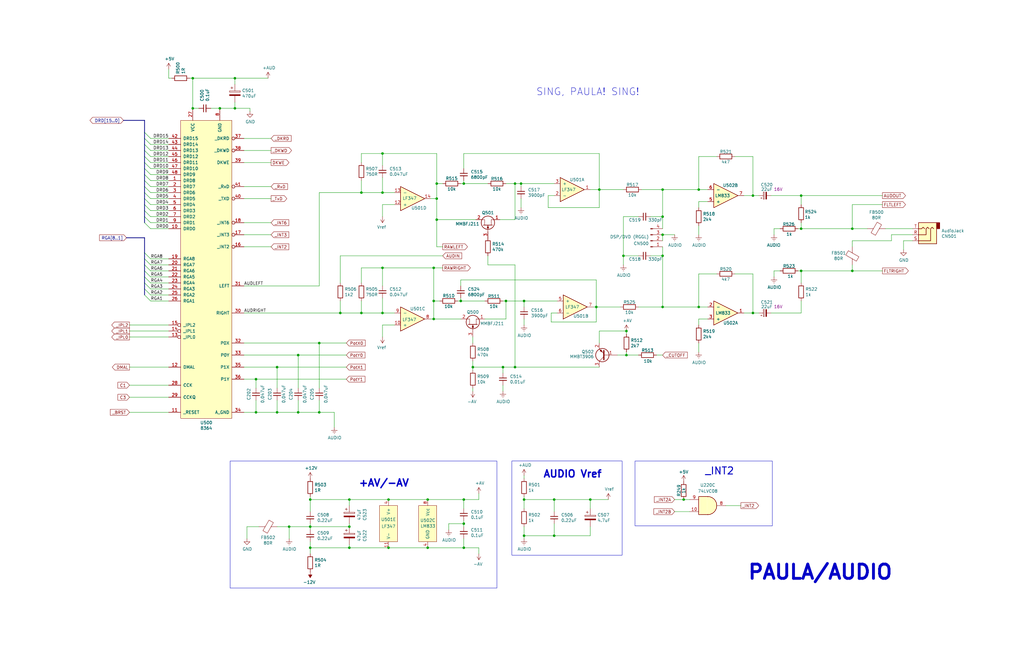
<source format=kicad_sch>
(kicad_sch (version 20231120) (generator "eeschema") (generator_version "8.0")
  (paper "B")
  (title_block (title "AMIGA PCI") (date "2025-03-12") (rev "5.1"))
  (junction (at 217.17 77.47))
  (junction (at 219.71 77.47))
  (junction (at 184.15 77.47))
  (junction (at 116.84 154.94))
  (junction (at 130.81 210.82))
  (junction (at 337.82 82.55))
  (junction (at 213.36 127))
  (junction (at 107.95 173.99))
  (junction (at 147.32 210.82))
  (junction (at 279.4 129.54))
  (junction (at 317.5 132.08))
  (junction (at 134.62 173.99))
  (junction (at 121.92 222.25))
  (junction (at 294.64 80.01))
  (junction (at 92.71 45.72))
  (junction (at 161.29 81.28))
  (junction (at 130.81 231.14))
  (junction (at 262.89 107.95))
  (junction (at 220.98 127))
  (junction (at 81.28 33.02))
  (junction (at 233.68 226.06))
  (junction (at 248.92 210.82))
  (junction (at 163.83 210.82))
  (junction (at 212.09 154.94))
  (junction (at 161.29 132.08))
  (junction (at 220.98 210.82))
  (junction (at 217.17 154.94))
  (junction (at 317.5 82.55))
  (junction (at 195.58 231.14))
  (junction (at 130.81 222.25))
  (junction (at 99.06 45.72))
  (junction (at 81.28 45.72))
  (junction (at 194.31 127))
  (junction (at 337.82 96.52))
  (junction (at 182.88 127))
  (junction (at 147.32 222.25))
  (junction (at 99.06 33.02))
  (junction (at 279.4 80.01))
  (junction (at 220.98 226.06))
  (junction (at 195.58 77.47))
  (junction (at 182.88 134.62))
  (junction (at 163.83 231.14))
  (junction (at 264.16 139.7))
  (junction (at 125.73 149.86))
  (junction (at 195.58 220.98))
  (junction (at 182.88 113.03))
  (junction (at 134.62 144.78))
  (junction (at 107.95 160.02))
  (junction (at 359.41 114.3))
  (junction (at 152.4 81.28))
  (junction (at 279.4 91.44))
  (junction (at 288.29 210.82))
  (junction (at 184.15 92.71))
  (junction (at 359.41 96.52))
  (junction (at 337.82 114.3))
  (junction (at 180.34 231.14))
  (junction (at 152.4 132.08))
  (junction (at 125.73 173.99))
  (junction (at 279.4 107.95))
  (junction (at 264.16 149.86))
  (junction (at 279.4 99.06))
  (junction (at 161.29 113.03))
  (junction (at 233.68 210.82))
  (junction (at 116.84 173.99))
  (junction (at 252.73 80.01))
  (junction (at 147.32 231.14))
  (junction (at 251.46 129.54))
  (junction (at 161.29 64.77))
  (junction (at 180.34 210.82))
  (junction (at 184.15 83.82))
  (junction (at 199.39 154.94))
  (junction (at 294.64 129.54))
  (junction (at 195.58 210.82))
  (junction (at 143.51 132.08))
  (bus_entry (at 63.5 66.04) (size -2.54 -2.54))
  (bus_entry (at 63.5 88.9) (size -2.54 -2.54))
  (bus_entry (at 63.5 60.96) (size -2.54 -2.54))
  (bus_entry (at 63.5 114.3) (size -2.54 -2.54))
  (bus_entry (at 63.5 119.38) (size -2.54 -2.54))
  (bus_entry (at 63.5 83.82) (size -2.54 -2.54))
  (bus_entry (at 63.5 76.2) (size -2.54 -2.54))
  (bus_entry (at 63.5 91.44) (size -2.54 -2.54))
  (bus_entry (at 63.5 81.28) (size -2.54 -2.54))
  (bus_entry (at 63.5 63.5) (size -2.54 -2.54))
  (bus_entry (at 63.5 111.76) (size -2.54 -2.54))
  (bus_entry (at 63.5 73.66) (size -2.54 -2.54))
  (bus_entry (at 63.5 58.42) (size -2.54 -2.54))
  (bus_entry (at 63.5 68.58) (size -2.54 -2.54))
  (bus_entry (at 63.5 124.46) (size -2.54 -2.54))
  (bus_entry (at 63.5 86.36) (size -2.54 -2.54))
  (bus_entry (at 63.5 121.92) (size -2.54 -2.54))
  (bus_entry (at 63.5 96.52) (size -2.54 -2.54))
  (bus_entry (at 63.5 78.74) (size -2.54 -2.54))
  (bus_entry (at 63.5 109.22) (size -2.54 -2.54))
  (bus_entry (at 63.5 127) (size -2.54 -2.54))
  (bus_entry (at 63.5 116.84) (size -2.54 -2.54))
  (bus_entry (at 63.5 93.98) (size -2.54 -2.54))
  (bus_entry (at 63.5 71.12) (size -2.54 -2.54))
  (wire (pts (xy 54.61 142.24) (xy 71.12 142.24)))
  (wire (pts (xy 99.06 45.72) (xy 99.06 43.18)))
  (wire (pts (xy 130.81 210.82) (xy 147.32 210.82)))
  (wire (pts (xy 147.32 220.98) (xy 147.32 222.25)))
  (wire (pts (xy 337.82 96.52) (xy 359.41 96.52)))
  (wire (pts (xy 317.5 82.55) (xy 317.5 66.04)))
  (wire (pts (xy 107.95 160.02) (xy 107.95 163.83)))
  (wire (pts (xy 233.68 220.98) (xy 233.68 226.06)))
  (wire (pts (xy 71.12 124.46) (xy 63.5 124.46)))
  (wire (pts (xy 210.82 92.71) (xy 217.17 92.71)))
  (bus (pts (xy 60.96 63.5) (xy 60.96 66.04)))
  (wire (pts (xy 182.88 113.03) (xy 161.29 113.03)))
  (wire (pts (xy 104.14 222.25) (xy 109.22 222.25)))
  (bus (pts (xy 60.96 81.28) (xy 60.96 83.82)))
  (wire (pts (xy 217.17 154.94) (xy 252.73 154.94)))
  (bus (pts (xy 60.96 88.9) (xy 60.96 91.44)))
  (bus (pts (xy 60.96 106.68) (xy 60.96 109.22)))
  (wire (pts (xy 182.88 134.62) (xy 182.88 127)))
  (wire (pts (xy 212.09 162.56) (xy 212.09 165.1)))
  (wire (pts (xy 102.87 173.99) (xy 107.95 173.99)))
  (wire (pts (xy 381 101.6) (xy 381 105.41)))
  (wire (pts (xy 264.16 148.59) (xy 264.16 149.86)))
  (wire (pts (xy 205.74 111.76) (xy 217.17 111.76)))
  (wire (pts (xy 71.12 66.04) (xy 63.5 66.04)))
  (wire (pts (xy 161.29 81.28) (xy 166.37 81.28)))
  (wire (pts (xy 71.12 63.5) (xy 63.5 63.5)))
  (bus (pts (xy 60.96 50.8) (xy 60.96 55.88)))
  (wire (pts (xy 184.15 92.71) (xy 184.15 104.14)))
  (wire (pts (xy 294.64 66.04) (xy 294.64 80.01)))
  (wire (pts (xy 336.55 114.3) (xy 337.82 114.3)))
  (wire (pts (xy 184.15 83.82) (xy 184.15 92.71)))
  (wire (pts (xy 217.17 77.47) (xy 219.71 77.47)))
  (wire (pts (xy 161.29 74.93) (xy 161.29 81.28)))
  (wire (pts (xy 359.41 101.6) (xy 375.92 101.6)))
  (wire (pts (xy 54.61 173.99) (xy 71.12 173.99)))
  (wire (pts (xy 71.12 93.98) (xy 63.5 93.98)))
  (wire (pts (xy 284.48 215.9) (xy 290.83 215.9)))
  (wire (pts (xy 262.89 107.95) (xy 269.24 107.95)))
  (wire (pts (xy 182.88 127) (xy 185.42 127)))
  (wire (pts (xy 220.98 210.82) (xy 220.98 214.63)))
  (wire (pts (xy 102.87 154.94) (xy 116.84 154.94)))
  (wire (pts (xy 302.26 66.04) (xy 294.64 66.04)))
  (wire (pts (xy 262.89 111.76) (xy 262.89 107.95)))
  (wire (pts (xy 359.41 114.3) (xy 359.41 111.76)))
  (wire (pts (xy 234.95 132.08) (xy 232.41 132.08)))
  (wire (pts (xy 212.09 154.94) (xy 212.09 157.48)))
  (wire (pts (xy 152.4 64.77) (xy 161.29 64.77)))
  (wire (pts (xy 195.58 210.82) (xy 201.93 210.82)))
  (wire (pts (xy 279.4 107.95) (xy 279.4 129.54)))
  (wire (pts (xy 302.26 115.57) (xy 294.64 115.57)))
  (wire (pts (xy 294.64 134.62) (xy 294.64 137.16)))
  (wire (pts (xy 130.81 222.25) (xy 147.32 222.25)))
  (wire (pts (xy 313.69 82.55) (xy 317.5 82.55)))
  (wire (pts (xy 231.14 82.55) (xy 233.68 82.55)))
  (wire (pts (xy 152.4 68.58) (xy 152.4 64.77)))
  (wire (pts (xy 134.62 173.99) (xy 140.97 173.99)))
  (wire (pts (xy 71.12 33.02) (xy 72.39 33.02)))
  (wire (pts (xy 204.47 134.62) (xy 213.36 134.62)))
  (wire (pts (xy 199.39 142.24) (xy 199.39 144.78)))
  (wire (pts (xy 375.92 99.06) (xy 384.81 99.06)))
  (wire (pts (xy 233.68 226.06) (xy 248.92 226.06)))
  (wire (pts (xy 294.64 80.01) (xy 298.45 80.01)))
  (wire (pts (xy 152.4 132.08) (xy 161.29 132.08)))
  (wire (pts (xy 269.24 91.44) (xy 262.89 91.44)))
  (wire (pts (xy 71.12 86.36) (xy 63.5 86.36)))
  (wire (pts (xy 130.81 210.82) (xy 130.81 215.9)))
  (wire (pts (xy 182.88 113.03) (xy 182.88 127)))
  (wire (pts (xy 269.24 129.54) (xy 279.4 129.54)))
  (wire (pts (xy 121.92 222.25) (xy 116.84 222.25)))
  (wire (pts (xy 147.32 231.14) (xy 163.83 231.14)))
  (wire (pts (xy 130.81 209.55) (xy 130.81 210.82)))
  (wire (pts (xy 274.32 107.95) (xy 279.4 107.95)))
  (bus (pts (xy 60.96 73.66) (xy 60.96 76.2)))
  (wire (pts (xy 195.58 77.47) (xy 205.74 77.47)))
  (wire (pts (xy 181.61 83.82) (xy 184.15 83.82)))
  (wire (pts (xy 195.58 64.77) (xy 252.73 64.77)))
  (wire (pts (xy 220.98 209.55) (xy 220.98 210.82)))
  (wire (pts (xy 147.32 231.14) (xy 130.81 231.14)))
  (wire (pts (xy 373.38 96.52) (xy 384.81 96.52)))
  (wire (pts (xy 116.84 154.94) (xy 146.05 154.94)))
  (wire (pts (xy 152.4 81.28) (xy 161.29 81.28)))
  (wire (pts (xy 161.29 86.36) (xy 161.29 91.44)))
  (wire (pts (xy 182.88 134.62) (xy 194.31 134.62)))
  (wire (pts (xy 184.15 83.82) (xy 184.15 77.47)))
  (wire (pts (xy 184.15 77.47) (xy 184.15 64.77)))
  (wire (pts (xy 359.41 96.52) (xy 359.41 86.36)))
  (wire (pts (xy 252.73 80.01) (xy 252.73 64.77)))
  (wire (pts (xy 143.51 132.08) (xy 152.4 132.08)))
  (wire (pts (xy 317.5 115.57) (xy 309.88 115.57)))
  (wire (pts (xy 248.92 210.82) (xy 256.54 210.82)))
  (wire (pts (xy 152.4 76.2) (xy 152.4 81.28)))
  (wire (pts (xy 233.68 215.9) (xy 233.68 210.82)))
  (wire (pts (xy 252.73 139.7) (xy 264.16 139.7)))
  (wire (pts (xy 107.95 160.02) (xy 146.05 160.02)))
  (wire (pts (xy 71.12 83.82) (xy 63.5 83.82)))
  (wire (pts (xy 231.14 82.55) (xy 231.14 87.63)))
  (wire (pts (xy 220.98 227.33) (xy 220.98 226.06)))
  (wire (pts (xy 114.3 99.06) (xy 102.87 99.06)))
  (wire (pts (xy 326.39 96.52) (xy 326.39 99.06)))
  (wire (pts (xy 71.12 76.2) (xy 63.5 76.2)))
  (wire (pts (xy 81.28 33.02) (xy 99.06 33.02)))
  (wire (pts (xy 152.4 127) (xy 152.4 132.08)))
  (wire (pts (xy 102.87 144.78) (xy 134.62 144.78)))
  (wire (pts (xy 217.17 111.76) (xy 217.17 154.94)))
  (wire (pts (xy 184.15 77.47) (xy 186.69 77.47)))
  (wire (pts (xy 279.4 80.01) (xy 294.64 80.01)))
  (wire (pts (xy 279.4 91.44) (xy 279.4 80.01)))
  (wire (pts (xy 248.92 80.01) (xy 252.73 80.01)))
  (wire (pts (xy 294.64 85.09) (xy 294.64 87.63)))
  (wire (pts (xy 116.84 154.94) (xy 116.84 163.83)))
  (wire (pts (xy 220.98 134.62) (xy 220.98 137.16)))
  (wire (pts (xy 195.58 227.33) (xy 195.58 231.14)))
  (wire (pts (xy 184.15 104.14) (xy 186.69 104.14)))
  (bus (pts (xy 60.96 66.04) (xy 60.96 68.58)))
  (wire (pts (xy 219.71 83.82) (xy 219.71 87.63)))
  (wire (pts (xy 186.69 107.95) (xy 143.51 107.95)))
  (wire (pts (xy 194.31 127) (xy 204.47 127)))
  (wire (pts (xy 317.5 66.04) (xy 309.88 66.04)))
  (wire (pts (xy 359.41 86.36) (xy 372.11 86.36)))
  (bus (pts (xy 60.96 50.8) (xy 52.07 50.8)))
  (wire (pts (xy 71.12 127) (xy 63.5 127)))
  (bus (pts (xy 60.96 71.12) (xy 60.96 73.66)))
  (wire (pts (xy 264.16 149.86) (xy 269.24 149.86)))
  (wire (pts (xy 288.29 210.82) (xy 290.83 210.82)))
  (wire (pts (xy 232.41 135.89) (xy 251.46 135.89)))
  (wire (pts (xy 359.41 114.3) (xy 372.11 114.3)))
  (wire (pts (xy 248.92 214.63) (xy 248.92 210.82)))
  (wire (pts (xy 130.81 222.25) (xy 130.81 223.52)))
  (wire (pts (xy 54.61 139.7) (xy 71.12 139.7)))
  (wire (pts (xy 104.14 222.25) (xy 104.14 227.33)))
  (wire (pts (xy 194.31 125.73) (xy 194.31 127)))
  (wire (pts (xy 130.81 233.68) (xy 130.81 231.14)))
  (wire (pts (xy 80.01 33.02) (xy 81.28 33.02)))
  (wire (pts (xy 71.12 88.9) (xy 63.5 88.9)))
  (wire (pts (xy 143.51 127) (xy 143.51 132.08)))
  (wire (pts (xy 71.12 73.66) (xy 63.5 73.66)))
  (wire (pts (xy 134.62 144.78) (xy 134.62 163.83)))
  (wire (pts (xy 195.58 231.14) (xy 201.93 231.14)))
  (wire (pts (xy 326.39 114.3) (xy 326.39 116.84)))
  (wire (pts (xy 252.73 80.01) (xy 262.89 80.01)))
  (wire (pts (xy 121.92 222.25) (xy 121.92 227.33)))
  (wire (pts (xy 233.68 210.82) (xy 248.92 210.82)))
  (wire (pts (xy 337.82 114.3) (xy 359.41 114.3)))
  (wire (pts (xy 114.3 63.5) (xy 102.87 63.5)))
  (wire (pts (xy 161.29 125.73) (xy 161.29 132.08)))
  (wire (pts (xy 220.98 226.06) (xy 233.68 226.06)))
  (wire (pts (xy 220.98 127) (xy 234.95 127)))
  (bus (pts (xy 60.96 91.44) (xy 60.96 93.98)))
  (wire (pts (xy 270.51 80.01) (xy 279.4 80.01)))
  (wire (pts (xy 99.06 35.56) (xy 99.06 33.02)))
  (wire (pts (xy 147.32 210.82) (xy 163.83 210.82)))
  (wire (pts (xy 71.12 109.22) (xy 63.5 109.22)))
  (wire (pts (xy 359.41 96.52) (xy 365.76 96.52)))
  (wire (pts (xy 279.4 91.44) (xy 279.4 96.52)))
  (wire (pts (xy 114.3 83.82) (xy 102.87 83.82)))
  (wire (pts (xy 147.32 210.82) (xy 147.32 213.36)))
  (wire (pts (xy 163.83 231.14) (xy 180.34 231.14)))
  (wire (pts (xy 161.29 132.08) (xy 166.37 132.08)))
  (wire (pts (xy 199.39 154.94) (xy 212.09 154.94)))
  (wire (pts (xy 201.93 231.14) (xy 201.93 233.68)))
  (wire (pts (xy 279.4 99.06) (xy 284.48 99.06)))
  (wire (pts (xy 328.93 96.52) (xy 326.39 96.52)))
  (wire (pts (xy 114.3 68.58) (xy 102.87 68.58)))
  (wire (pts (xy 107.95 173.99) (xy 116.84 173.99)))
  (wire (pts (xy 161.29 113.03) (xy 152.4 113.03)))
  (bus (pts (xy 60.96 58.42) (xy 60.96 60.96)))
  (wire (pts (xy 54.61 154.94) (xy 71.12 154.94)))
  (wire (pts (xy 262.89 91.44) (xy 262.89 107.95)))
  (wire (pts (xy 71.12 60.96) (xy 63.5 60.96)))
  (wire (pts (xy 359.41 104.14) (xy 359.41 101.6)))
  (wire (pts (xy 130.81 231.14) (xy 130.81 228.6)))
  (bus (pts (xy 60.96 60.96) (xy 60.96 63.5)))
  (wire (pts (xy 166.37 86.36) (xy 161.29 86.36)))
  (wire (pts (xy 298.45 85.09) (xy 294.64 85.09)))
  (wire (pts (xy 125.73 168.91) (xy 125.73 173.99)))
  (wire (pts (xy 114.3 78.74) (xy 102.87 78.74)))
  (wire (pts (xy 231.14 87.63) (xy 252.73 87.63)))
  (bus (pts (xy 60.96 100.33) (xy 53.34 100.33)))
  (wire (pts (xy 298.45 134.62) (xy 294.64 134.62)))
  (wire (pts (xy 102.87 160.02) (xy 107.95 160.02)))
  (wire (pts (xy 125.73 173.99) (xy 134.62 173.99)))
  (wire (pts (xy 375.92 101.6) (xy 375.92 99.06)))
  (wire (pts (xy 71.12 119.38) (xy 63.5 119.38)))
  (wire (pts (xy 337.82 86.36) (xy 337.82 82.55)))
  (wire (pts (xy 219.71 78.74) (xy 219.71 77.47)))
  (wire (pts (xy 163.83 210.82) (xy 180.34 210.82)))
  (wire (pts (xy 125.73 149.86) (xy 146.05 149.86)))
  (wire (pts (xy 337.82 127) (xy 337.82 132.08)))
  (wire (pts (xy 134.62 81.28) (xy 152.4 81.28)))
  (wire (pts (xy 180.34 210.82) (xy 195.58 210.82)))
  (wire (pts (xy 71.12 71.12) (xy 63.5 71.12)))
  (wire (pts (xy 189.23 220.98) (xy 189.23 223.52)))
  (wire (pts (xy 279.4 91.44) (xy 274.32 91.44)))
  (wire (pts (xy 317.5 132.08) (xy 317.5 115.57)))
  (wire (pts (xy 279.4 99.06) (xy 279.4 101.6)))
  (wire (pts (xy 195.58 219.71) (xy 195.58 220.98)))
  (wire (pts (xy 184.15 92.71) (xy 200.66 92.71)))
  (wire (pts (xy 116.84 173.99) (xy 125.73 173.99)))
  (wire (pts (xy 189.23 220.98) (xy 195.58 220.98)))
  (wire (pts (xy 140.97 180.34) (xy 140.97 173.99)))
  (wire (pts (xy 199.39 152.4) (xy 199.39 154.94)))
  (wire (pts (xy 294.64 115.57) (xy 294.64 129.54)))
  (wire (pts (xy 71.12 78.74) (xy 63.5 78.74)))
  (bus (pts (xy 60.96 121.92) (xy 60.96 124.46)))
  (wire (pts (xy 107.95 168.91) (xy 107.95 173.99)))
  (wire (pts (xy 325.12 132.08) (xy 337.82 132.08)))
  (wire (pts (xy 325.12 82.55) (xy 337.82 82.55)))
  (wire (pts (xy 220.98 200.66) (xy 220.98 201.93)))
  (wire (pts (xy 180.34 231.14) (xy 195.58 231.14)))
  (wire (pts (xy 217.17 77.47) (xy 213.36 77.47)))
  (wire (pts (xy 220.98 129.54) (xy 220.98 127)))
  (wire (pts (xy 102.87 132.08) (xy 143.51 132.08)))
  (wire (pts (xy 336.55 96.52) (xy 337.82 96.52)))
  (wire (pts (xy 284.48 210.82) (xy 288.29 210.82)))
  (wire (pts (xy 195.58 71.12) (xy 195.58 64.77)))
  (wire (pts (xy 337.82 114.3) (xy 337.82 119.38)))
  (wire (pts (xy 181.61 134.62) (xy 182.88 134.62)))
  (wire (pts (xy 161.29 64.77) (xy 161.29 69.85)))
  (wire (pts (xy 71.12 68.58) (xy 63.5 68.58)))
  (bus (pts (xy 60.96 86.36) (xy 60.96 88.9)))
  (wire (pts (xy 182.88 113.03) (xy 186.69 113.03)))
  (wire (pts (xy 220.98 222.25) (xy 220.98 226.06)))
  (wire (pts (xy 294.64 95.25) (xy 294.64 99.06)))
  (wire (pts (xy 147.32 231.14) (xy 147.32 229.87)))
  (wire (pts (xy 114.3 104.14) (xy 102.87 104.14)))
  (wire (pts (xy 71.12 121.92) (xy 63.5 121.92)))
  (wire (pts (xy 217.17 92.71) (xy 217.17 77.47)))
  (wire (pts (xy 337.82 96.52) (xy 337.82 93.98)))
  (wire (pts (xy 219.71 77.47) (xy 233.68 77.47)))
  (wire (pts (xy 134.62 144.78) (xy 146.05 144.78)))
  (wire (pts (xy 54.61 137.16) (xy 71.12 137.16)))
  (wire (pts (xy 276.86 149.86) (xy 279.4 149.86)))
  (wire (pts (xy 116.84 168.91) (xy 116.84 173.99)))
  (wire (pts (xy 199.39 154.94) (xy 199.39 156.21)))
  (wire (pts (xy 195.58 220.98) (xy 195.58 222.25)))
  (wire (pts (xy 279.4 104.14) (xy 279.4 107.95)))
  (wire (pts (xy 212.09 154.94) (xy 217.17 154.94)))
  (bus (pts (xy 60.96 100.33) (xy 60.96 106.68)))
  (wire (pts (xy 114.3 93.98) (xy 102.87 93.98)))
  (wire (pts (xy 71.12 91.44) (xy 63.5 91.44)))
  (wire (pts (xy 248.92 226.06) (xy 248.92 222.25)))
  (wire (pts (xy 71.12 81.28) (xy 63.5 81.28)))
  (wire (pts (xy 328.93 114.3) (xy 326.39 114.3)))
  (wire (pts (xy 161.29 64.77) (xy 184.15 64.77)))
  (wire (pts (xy 306.07 213.36) (xy 312.42 213.36)))
  (wire (pts (xy 260.35 149.86) (xy 264.16 149.86)))
  (wire (pts (xy 205.74 107.95) (xy 205.74 111.76)))
  (wire (pts (xy 213.36 127) (xy 220.98 127)))
  (wire (pts (xy 320.04 132.08) (xy 317.5 132.08)))
  (bus (pts (xy 60.96 111.76) (xy 60.96 114.3)))
  (wire (pts (xy 384.81 101.6) (xy 381 101.6)))
  (wire (pts (xy 99.06 33.02) (xy 113.03 33.02)))
  (bus (pts (xy 60.96 78.74) (xy 60.96 81.28)))
  (wire (pts (xy 143.51 107.95) (xy 143.51 119.38)))
  (bus (pts (xy 60.96 114.3) (xy 60.96 116.84)))
  (wire (pts (xy 71.12 116.84) (xy 63.5 116.84)))
  (wire (pts (xy 102.87 149.86) (xy 125.73 149.86)))
  (wire (pts (xy 279.4 129.54) (xy 294.64 129.54)))
  (wire (pts (xy 294.64 129.54) (xy 298.45 129.54)))
  (wire (pts (xy 193.04 127) (xy 194.31 127)))
  (wire (pts (xy 102.87 120.65) (xy 134.62 120.65)))
  (wire (pts (xy 194.31 118.11) (xy 251.46 118.11)))
  (wire (pts (xy 71.12 29.21) (xy 71.12 33.02)))
  (wire (pts (xy 81.28 45.72) (xy 81.28 33.02)))
  (wire (pts (xy 294.64 144.78) (xy 294.64 148.59)))
  (wire (pts (xy 251.46 129.54) (xy 261.62 129.54)))
  (wire (pts (xy 195.58 76.2) (xy 195.58 77.47)))
  (wire (pts (xy 71.12 96.52) (xy 63.5 96.52)))
  (wire (pts (xy 92.71 45.72) (xy 99.06 45.72)))
  (bus (pts (xy 60.96 116.84) (xy 60.96 119.38)))
  (bus (pts (xy 60.96 76.2) (xy 60.96 78.74)))
  (wire (pts (xy 88.9 45.72) (xy 92.71 45.72)))
  (wire (pts (xy 213.36 127) (xy 212.09 127)))
  (wire (pts (xy 251.46 135.89) (xy 251.46 129.54)))
  (wire (pts (xy 99.06 45.72) (xy 105.41 45.72)))
  (wire (pts (xy 213.36 134.62) (xy 213.36 127)))
  (wire (pts (xy 83.82 45.72) (xy 81.28 45.72)))
  (bus (pts (xy 60.96 68.58) (xy 60.96 71.12)))
  (wire (pts (xy 252.73 87.63) (xy 252.73 80.01)))
  (wire (pts (xy 152.4 113.03) (xy 152.4 119.38)))
  (bus (pts (xy 60.96 55.88) (xy 60.96 58.42)))
  (wire (pts (xy 134.62 168.91) (xy 134.62 173.99)))
  (wire (pts (xy 114.3 58.42) (xy 102.87 58.42)))
  (wire (pts (xy 201.93 210.82) (xy 201.93 208.28)))
  (wire (pts (xy 130.81 220.98) (xy 130.81 222.25)))
  (wire (pts (xy 134.62 120.65) (xy 134.62 81.28)))
  (wire (pts (xy 220.98 210.82) (xy 233.68 210.82)))
  (wire (pts (xy 54.61 167.64) (xy 71.12 167.64)))
  (bus (pts (xy 60.96 83.82) (xy 60.96 86.36)))
  (wire (pts (xy 313.69 132.08) (xy 317.5 132.08)))
  (wire (pts (xy 199.39 163.83) (xy 199.39 165.1)))
  (wire (pts (xy 194.31 77.47) (xy 195.58 77.47)))
  (wire (pts (xy 125.73 149.86) (xy 125.73 163.83)))
  (wire (pts (xy 264.16 139.7) (xy 264.16 140.97)))
  (wire (pts (xy 232.41 132.08) (xy 232.41 135.89)))
  (bus (pts (xy 60.96 109.22) (xy 60.96 111.76)))
  (wire (pts (xy 105.41 45.72) (xy 105.41 46.99)))
  (wire (pts (xy 166.37 137.16) (xy 161.29 137.16)))
  (wire (pts (xy 54.61 162.56) (xy 71.12 162.56)))
  (wire (pts (xy 194.31 120.65) (xy 194.31 118.11)))
  (wire (pts (xy 71.12 114.3) (xy 63.5 114.3)))
  (wire (pts (xy 251.46 129.54) (xy 251.46 118.11)))
  (wire (pts (xy 161.29 113.03) (xy 161.29 120.65)))
  (wire (pts (xy 337.82 82.55) (xy 372.11 82.55)))
  (wire (pts (xy 71.12 58.42) (xy 63.5 58.42)))
  (wire (pts (xy 195.58 210.82) (xy 195.58 214.63)))
  (wire (pts (xy 161.29 137.16) (xy 161.29 142.24)))
  (wire (pts (xy 121.92 222.25) (xy 130.81 222.25)))
  (wire (pts (xy 252.73 144.78) (xy 252.73 139.7)))
  (bus (pts (xy 60.96 119.38) (xy 60.96 121.92)))
  (wire (pts (xy 71.12 111.76) (xy 63.5 111.76)))
  (wire (pts (xy 320.04 82.55) (xy 317.5 82.55)))
  (wire (pts (xy 250.19 129.54) (xy 251.46 129.54)))
  (rectangle (start 215.8492 194.5386) (end 262.3312 234.2896))
  (rectangle (start 97.028 194.564) (end 209.55 248.158))
  (rectangle (start 267.7668 194.564) (end 325.7 221.8944))
  (text "AUDIO Vref" (at 254 201.93 0) (effects (font (size 3 3) (thickness 0.6) (bold yes)) (justify right bottom)))
  (text "SING, PAULA! SING!" (at 226.06 40.64 0) (effects (font (size 3 3)) (justify left bottom)))
  (text "+AV/-AV" (at 172.72 205.74 0) (effects (font (size 3 3) (thickness 0.6) (bold yes)) (justify right bottom)))
  (text "_INT2" (at 297.18 200.66 0) (effects (font (size 3 3) (thickness 0.4) (bold yes)) (justify left bottom)))
  (text "PAULA/AUDIO" (at 314.96 245.11 0) (effects (font (size 6 6) (thickness 1.2) (bold yes)) (justify left bottom)))
  (label "DRD2" (at 71.12 91.44 180) (effects (font (size 1.2954 1.2954))))
  (label "DRD3" (at 71.12 88.9 180) (effects (font (size 1.2954 1.2954))))
  (label "DRD6" (at 71.12 81.28 180) (effects (font (size 1.2954 1.2954))))
  (label "DRD14" (at 71.12 60.96 180) (effects (font (size 1.2954 1.2954))))
  (label "DRD7" (at 71.12 78.74 180) (effects (font (size 1.2954 1.2954))))
  (label "DRD0" (at 71.12 96.52 180) (effects (font (size 1.2954 1.2954))))
  (label "RGA7" (at 63.5 111.76 0) (effects (font (size 1.2954 1.2954))))
  (label "RGA4" (at 63.5 119.38 0) (effects (font (size 1.2954 1.2954))))
  (label "DRD4" (at 71.12 86.36 180) (effects (font (size 1.2954 1.2954))))
  (label "RGA6" (at 63.5 114.3 0) (effects (font (size 1.2954 1.2954))))
  (label "DRD5" (at 71.12 83.82 180) (effects (font (size 1.2954 1.2954))))
  (label "RGA3" (at 63.5 121.92 0) (effects (font (size 1.2954 1.2954))))
  (label "AUDRIGHT" (at 102.87 132.08 0))
  (label "DRD11" (at 71.12 68.58 180) (effects (font (size 1.2954 1.2954))))
  (label "RGA2" (at 63.5 124.46 0) (effects (font (size 1.2954 1.2954))))
  (label "DRD8" (at 71.12 76.2 180) (effects (font (size 1.2954 1.2954))))
  (label "DRD1" (at 71.12 93.98 180) (effects (font (size 1.2954 1.2954))))
  (label "DRD9" (at 71.12 73.66 180) (effects (font (size 1.2954 1.2954))))
  (label "DRD13" (at 71.12 63.5 180) (effects (font (size 1.2954 1.2954))))
  (label "DRD15" (at 71.12 58.42 180) (effects (font (size 1.2954 1.2954))))
  (label "RGA8" (at 63.5 109.22 0) (effects (font (size 1.2954 1.2954))))
  (label "AUDLEFT" (at 102.87 120.65 0))
  (label "RGA5" (at 63.5 116.84 0) (effects (font (size 1.2954 1.2954))))
  (label "DRD10" (at 71.12 71.12 180) (effects (font (size 1.2954 1.2954))))
  (label "RGA1" (at 63.5 127 0) (effects (font (size 1.2954 1.2954))))
  (label "DRD12" (at 71.12 66.04 180) (effects (font (size 1.2954 1.2954))))
  (global_label "_INT2" (shape input) (at 114.3 104.14 0) (property "Intersheetrefs" "${INTERSHEET_REFS}" (at 122.2858 104.14 0) (effects (justify left))))
  (global_label "FLTRIGHT" (shape output) (at 372.11 114.3 0) (property "Intersheetrefs" "${INTERSHEET_REFS}" (at 383.543 114.3 0) (effects (justify left))))
  (global_label "PotX1" (shape input) (at 146.05 154.94 0) (property "Intersheetrefs" "${INTERSHEET_REFS}" (at 154.5195 154.94 0) (effects (justify left))))
  (global_label "DMAL" (shape output) (at 54.61 154.94 180) (property "Intersheetrefs" "${INTERSHEET_REFS}" (at 46.8661 154.94 0) (effects (justify right))))
  (global_label "_INT2A" (shape input) (at 284.48 210.82 180) (property "Intersheetrefs" "${INTERSHEET_REFS}" (at 275.3262 210.82 0) (effects (justify right))))
  (global_label "_INT6" (shape input) (at 114.3 93.98 0) (property "Intersheetrefs" "${INTERSHEET_REFS}" (at 122.2858 93.98 0) (effects (justify left))))
  (global_label "DRD[15..0]" (shape bidirectional) (at 52.07 50.8 180) (effects (font (size 1.2954 1.2954))) (property "Intersheetrefs" "${INTERSHEET_REFS}" (at 37.4248 50.8 0) (effects (justify right))))
  (global_label "AUDIN" (shape input) (at 186.69 107.95 0) (property "Intersheetrefs" "${INTERSHEET_REFS}" (at 195.2202 107.95 0) (effects (justify left))))
  (global_label "C1" (shape input) (at 54.61 162.56 180) (property "Intersheetrefs" "${INTERSHEET_REFS}" (at 49.2247 162.56 0) (effects (justify right))))
  (global_label "_INT2" (shape output) (at 312.42 213.36 0) (property "Intersheetrefs" "${INTERSHEET_REFS}" (at 320.4852 213.36 0) (effects (justify left))))
  (global_label "PotY0" (shape input) (at 146.05 149.86 0) (property "Intersheetrefs" "${INTERSHEET_REFS}" (at 154.3986 149.86 0) (effects (justify left))))
  (global_label "_IPL0" (shape output) (at 54.61 142.24 180) (property "Intersheetrefs" "${INTERSHEET_REFS}" (at 46.6242 142.24 0) (effects (justify right))))
  (global_label "C3" (shape input) (at 54.61 167.64 180) (property "Intersheetrefs" "${INTERSHEET_REFS}" (at 49.2247 167.64 0) (effects (justify right))))
  (global_label "_RxD" (shape input) (at 114.3 78.74 0) (property "Intersheetrefs" "${INTERSHEET_REFS}" (at 121.7415 78.74 0) (effects (justify left))))
  (global_label "PotY1" (shape input) (at 146.05 160.02 0) (property "Intersheetrefs" "${INTERSHEET_REFS}" (at 154.3986 160.02 0) (effects (justify left))))
  (global_label "PotX0" (shape input) (at 146.05 144.78 0) (property "Intersheetrefs" "${INTERSHEET_REFS}" (at 154.5195 144.78 0) (effects (justify left))))
  (global_label "DKWE" (shape output) (at 114.3 68.58 0) (property "Intersheetrefs" "${INTERSHEET_REFS}" (at 122.3462 68.58 0) (effects (justify left))))
  (global_label "RGA[8..1]" (shape input) (at 53.34 100.33 180) (property "Intersheetrefs" "${INTERSHEET_REFS}" (at 41.4836 100.33 0) (effects (justify right))))
  (global_label "FLTLEFT" (shape output) (at 372.11 86.36 0) (property "Intersheetrefs" "${INTERSHEET_REFS}" (at 382.3334 86.36 0) (effects (justify left))))
  (global_label "_IPL1" (shape output) (at 54.61 139.7 180) (property "Intersheetrefs" "${INTERSHEET_REFS}" (at 46.6242 139.7 0) (effects (justify right))))
  (global_label "_BRST" (shape input) (at 54.61 173.99 180) (property "Intersheetrefs" "${INTERSHEET_REFS}" (at 45.9401 173.99 0) (effects (justify right))))
  (global_label "_DKRD" (shape input) (at 114.3 58.42 0) (property "Intersheetrefs" "${INTERSHEET_REFS}" (at 123.2534 58.42 0) (effects (justify left))))
  (global_label "_DKWD" (shape output) (at 114.3 63.5 0) (property "Intersheetrefs" "${INTERSHEET_REFS}" (at 123.4348 63.5 0) (effects (justify left))))
  (global_label "RAWRIGHT" (shape output) (at 186.69 113.03 0) (property "Intersheetrefs" "${INTERSHEET_REFS}" (at 198.8487 113.03 0) (effects (justify left))))
  (global_label "_TxD" (shape output) (at 114.3 83.82 0) (property "Intersheetrefs" "${INTERSHEET_REFS}" (at 121.4391 83.82 0) (effects (justify left))))
  (global_label "_INT2B" (shape input) (at 284.48 215.9 180) (property "Intersheetrefs" "${INTERSHEET_REFS}" (at 275.1448 215.9 0) (effects (justify right))))
  (global_label "RAWLEFT" (shape output) (at 186.69 104.14 0) (property "Intersheetrefs" "${INTERSHEET_REFS}" (at 197.6391 104.14 0) (effects (justify left))))
  (global_label "_IPL2" (shape output) (at 54.61 137.16 180) (property "Intersheetrefs" "${INTERSHEET_REFS}" (at 46.6242 137.16 0) (effects (justify right))))
  (global_label "_CUTOFF" (shape input) (at 279.4 149.86 0) (property "Intersheetrefs" "${INTERSHEET_REFS}" (at 290.3492 149.86 0) (effects (justify left))))
  (global_label "AUDOUT" (shape output) (at 372.11 82.55 0) (property "Intersheetrefs" "${INTERSHEET_REFS}" (at 382.3335 82.55 0) (effects (justify left))))
  (global_label "_INT3" (shape input) (at 114.3 99.06 0) (property "Intersheetrefs" "${INTERSHEET_REFS}" (at 122.2858 99.06 0) (effects (justify left))))
  (symbol (lib_id "AmigaPCI-Symbols:AUDIO GND") (at 121.92 227.33 0) (unit 1)
    (property "Reference" "#PWR091" (effects (hide yes)))
    (property "Value" "AUDIO" (at 122.047 231.7242 0))
    (instances (project "AmigaPCI Mainboard" (path "" (reference "#PWR091") (unit 1))) (project "2000ATX" (path "" (reference "#PWR0287") (unit 1))))
  )
  (symbol (lib_id "AmigaPCI-Symbols:+AV") (at 201.93 208.28 0) (unit 1)
    (property "Reference" "#+AV02" (effects (hide yes)))
    (property "Value" "+AV" (at 202.311 203.8858 0))
    (instances (project "AmigaPCI Mainboard" (path "" (reference "#+AV02") (unit 1))) (project "2000ATX" (path "" (reference "#+AV0101") (unit 1))))
  )
  (symbol (lib_id "Device:C_Small") (at 130.81 218.44 0) (unit 1)
    (property "Reference" "C508" (at 133.731 217.2716 0) (effects (justify left)))
    (property "Value" "0.22uF" (at 133.731 219.583 0) (effects (justify left)))
    (property "Footprint" "Capacitor_SMD:C_0603_1608Metric" (effects (hide yes)))
    (instances (project "AmigaPCI Mainboard" (path "" (reference "C508") (unit 1))) (project "2000ATX" (path "" (reference "C220") (unit 1))))
  )
  (symbol (lib_id "AmigaPCI-Symbols:Ferrite_Bead") (at 369.57 96.52 90) (unit 1)
    (property "Reference" "FB500" (at 369.57 89.5604 90))
    (property "Value" "80R" (at 369.57 91.8718 90))
    (property "Footprint" "Capacitor_SMD:C_0805_2012Metric" (effects (hide yes)))
    (instances (project "AmigaPCI Mainboard" (path "" (reference "FB500") (unit 1))) (project "2000ATX" (path "" (reference "FB401") (unit 1)) (path "" (reference "FB401") (unit 1))))
  )
  (symbol (lib_id "74xx:74LS08") (at 298.45 213.36 0) (unit 3)
    (property "Reference" "U220" (at 298.4417 204.724 0))
    (property "Value" "74LVC08" (at 298.4417 207.264 0))
    (property "Footprint" "Package_SO:TSSOP-14_4.4x5mm_P0.65mm" (effects (hide yes)))
    (property "Datasheet" "http://www.ti.com/lit/gpn/sn74LS08" (effects (hide yes)))
  )
  (symbol (lib_id "AmigaPCI-Symbols:+AV") (at 264.16 139.7 0) (unit 1)
    (property "Reference" "#+AV03" (effects (hide yes)))
    (property "Value" "+AV" (at 264.541 135.3058 0))
    (instances (project "AmigaPCI Mainboard" (path "" (reference "#+AV03") (unit 1))) (project "2000ATX" (path "" (reference "#+AV0102") (unit 1))))
  )
  (symbol (lib_id "power:+5V") (at 71.12 29.21 0) (unit 1)
    (property "Reference" "#PWR069" (effects (hide yes)))
    (property "Value" "+5V" (at 71.501 24.8158 0))
    (instances (project "AmigaPCI Mainboard" (path "" (reference "#PWR069") (unit 1))) (project "2000ATX" (path "" (reference "#PWR0276") (unit 1))))
  )
  (symbol (lib_id "Device:C_Polarized") (at 147.32 217.17 0) (unit 1)
    (property "Reference" "C523" (at 153.797 217.17 90))
    (property "Value" "47uF" (at 151.4856 217.17 90))
    (property "Footprint" "Capacitor_THT:CP_Radial_D5.0mm_P2.00mm" (effects (hide yes)))
    (instances (project "AmigaPCI Mainboard" (path "" (reference "C523") (unit 1))) (project "2000ATX" (path "" (reference "C222") (unit 1)) (path "" (reference "C222") (unit 1))))
  )
  (symbol (lib_id "Device:R") (at 143.51 123.19 0) (unit 1)
    (property "Reference" "R506" (at 145.288 122.0216 0) (effects (justify left)))
    (property "Value" "1k2" (at 145.288 124.333 0) (effects (justify left)))
    (property "Footprint" "Resistor_SMD:R_0603_1608Metric" (effects (hide yes)))
    (instances (project "AmigaPCI Mainboard" (path "" (reference "R506") (unit 1))) (project "2000ATX" (path "" (reference "R210") (unit 1))))
  )
  (symbol (lib_id "Connector:Conn_01x04_Pin") (at 274.32 101.6 0) (mirror x) (unit 1)
    (property "Reference" "CN500" (at 270.383 102.743 0))
    (property "Value" "DSP/DVD (RGGL)" (at 265.43 99.949 0))
    (property "Footprint" "AmigaPCI:AudioHeader" (effects (hide yes)))
    (property "Part Number" "5-103639-3" (effects (hide yes)))
  )
  (symbol (lib_id "power:-12V") (at 130.81 241.3 180) (unit 1)
    (property "Reference" "#PWR093" (effects (hide yes)))
    (property "Value" "-12V" (at 130.429 245.6942 0))
    (instances (project "AmigaPCI Mainboard" (path "" (reference "#PWR093") (unit 1))) (project "2000ATX" (path "" (reference "#PWR0286") (unit 1))))
  )
  (symbol (lib_id "Device:R") (at 337.82 123.19 0) (unit 1)
    (property "Reference" "R522" (at 339.598 122.0216 0) (effects (justify left)))
    (property "Value" "1k" (at 339.598 124.333 0) (effects (justify left)))
    (property "Footprint" "Resistor_SMD:R_0603_1608Metric" (effects (hide yes)))
    (instances (project "AmigaPCI Mainboard" (path "" (reference "R522") (unit 1))) (project "2000ATX" (path "" (reference "R210") (unit 1))))
  )
  (symbol (lib_id "Device:R") (at 294.64 140.97 0) (unit 1)
    (property "Reference" "R519" (at 296.418 139.8016 0) (effects (justify left)))
    (property "Value" "2k4" (at 296.418 142.113 0) (effects (justify left)))
    (property "Footprint" "Resistor_SMD:R_0603_1608Metric" (effects (hide yes)))
    (instances (project "AmigaPCI Mainboard" (path "" (reference "R519") (unit 1))) (project "2000ATX" (path "" (reference "R210") (unit 1))))
  )
  (symbol (lib_id "Transistor_BJT:MMBT3906") (at 255.27 149.86 180) (unit 1)
    (property "Reference" "Q502" (at 250.444 148.463 0) (effects (justify left)))
    (property "Value" "MMBT3906" (at 250.444 150.495 0) (effects (justify left)))
    (property "Footprint" "Package_TO_SOT_SMD:SOT-23" (effects (hide yes)))
    (property "Datasheet" "https://www.onsemi.com/pdf/datasheet/pzt3906-d.pdf" (effects (hide yes)))
    (instances (project "AmigaPCI Mainboard" (path "" (reference "Q502") (unit 1))) (project "2000ATX" (path "" (reference "Q202") (unit 1))))
  )
  (symbol (lib_id "AmigaPCI-Symbols:LF347") (at 172.72 83.82 0) (unit 4)
    (property "Reference" "U501" (at 176.657 87.757 0))
    (property "Value" "LF347" (at 172.72 83.693 0))
    (property "Footprint" "Package_SO:SOIC-14_3.9x8.7mm_P1.27mm" (effects (hide yes)))
    (instances (project "AmigaPCI Mainboard" (path "" (reference "U501") (unit 4))) (project "2000ATX" (path "" (reference "U204") (unit 3))))
  )
  (symbol (lib_name "+5V_1") (lib_id "power:+5V") (at 288.29 203.2 0) (unit 1)
    (property "Reference" "#PWR0136" (effects (hide yes)))
    (property "Value" "+5V" (at 288.29 199.136 0))
    (property "Description" "Power symbol creates a global label with name \"+5V\"" (effects (hide yes)))
  )
  (symbol (lib_id "Device:R") (at 152.4 123.19 0) (unit 1)
    (property "Reference" "R505" (at 154.178 122.0216 0) (effects (justify left)))
    (property "Value" "750R" (at 154.178 124.333 0) (effects (justify left)))
    (property "Footprint" "Resistor_SMD:R_0603_1608Metric" (effects (hide yes)))
    (instances (project "AmigaPCI Mainboard" (path "" (reference "R505") (unit 1))) (project "2000ATX" (path "" (reference "R210") (unit 1))))
  )
  (symbol (lib_id "Device:C_Small") (at 220.98 132.08 0) (unit 1)
    (property "Reference" "C516" (at 223.901 130.9116 0) (effects (justify left)))
    (property "Value" "3900pF" (at 223.901 133.223 0) (effects (justify left)))
    (property "Footprint" "Capacitor_SMD:C_0603_1608Metric" (effects (hide yes)))
    (instances (project "AmigaPCI Mainboard" (path "" (reference "C516") (unit 1))) (project "2000ATX" (path "" (reference "C212") (unit 1))))
  )
  (symbol (lib_id "AmigaPCI-Symbols:AUDIO GND") (at 294.64 148.59 0) (unit 1)
    (property "Reference" "#PWR080" (effects (hide yes)))
    (property "Value" "AUDIO" (at 294.767 152.9842 0))
    (instances (project "AmigaPCI Mainboard" (path "" (reference "#PWR080") (unit 1))) (project "2000ATX" (path "" (reference "#PWR0283") (unit 1))))
  )
  (symbol (lib_id "AmigaPCI-Symbols:-AV") (at 201.93 233.68 180) (unit 1)
    (property "Reference" "#-AV02" (effects (hide yes)))
    (property "Value" "-AV" (at 201.549 238.0742 0))
    (instances (project "AmigaPCI Mainboard" (path "" (reference "#-AV02") (unit 1))) (project "2000ATX" (path "" (reference "#-AV0101") (unit 1))))
  )
  (symbol (lib_id "AmigaPCI-Symbols:VREF") (at 161.29 142.24 180) (unit 1)
    (property "Reference" "#VREF04" (effects (hide yes)))
    (property "Value" "Vref" (at 160.909 146.6342 0))
    (instances (project "AmigaPCI Mainboard" (path "" (reference "#VREF04") (unit 1))) (project "2000ATX" (path "" (reference "#VREF0101") (unit 1))))
  )
  (symbol (lib_id "Device:C_Small") (at 219.71 81.28 0) (unit 1)
    (property "Reference" "C517" (at 222.631 80.1116 0) (effects (justify left)))
    (property "Value" "3900pF" (at 222.631 82.423 0) (effects (justify left)))
    (property "Footprint" "Capacitor_SMD:C_0603_1608Metric" (effects (hide yes)))
    (instances (project "AmigaPCI Mainboard" (path "" (reference "C517") (unit 1))) (project "2000ATX" (path "" (reference "C212") (unit 1))))
  )
  (symbol (lib_id "Device:R") (at 205.74 104.14 0) (unit 1)
    (property "Reference" "R514" (at 207.518 102.9716 0) (effects (justify left)))
    (property "Value" "470k" (at 207.518 105.283 0) (effects (justify left)))
    (property "Footprint" "Resistor_SMD:R_0603_1608Metric" (effects (hide yes)))
    (instances (project "AmigaPCI Mainboard" (path "" (reference "R514") (unit 1))) (project "2000ATX" (path "" (reference "R210") (unit 1))))
  )
  (symbol (lib_id "AmigaPCI-Symbols:AUDIO GND") (at 212.09 165.1 0) (unit 1)
    (property "Reference" "#PWR071" (effects (hide yes)))
    (property "Value" "AUDIO" (at 212.217 169.4942 0))
    (instances (project "AmigaPCI Mainboard" (path "" (reference "#PWR071") (unit 1))) (project "2000ATX" (path "" (reference "#PWR0283") (unit 1))))
  )
  (symbol (lib_id "AmigaPCI-Symbols:AUDIO GND") (at 140.97 180.34 0) (unit 1)
    (property "Reference" "#PWR076" (effects (hide yes)))
    (property "Value" "AUDIO" (at 141.097 184.7342 0))
    (instances (project "AmigaPCI Mainboard" (path "" (reference "#PWR076") (unit 1))) (project "2000ATX" (path "" (reference "#PWR0218") (unit 1))))
  )
  (symbol (lib_id "Device:R") (at 337.82 90.17 0) (mirror x) (unit 1)
    (property "Reference" "R524" (at 339.344 89.3826 0) (effects (justify left)))
    (property "Value" "1k" (at 339.344 91.694 0) (effects (justify left)))
    (property "Footprint" "Resistor_SMD:R_0603_1608Metric" (effects (hide yes)))
    (instances (project "AmigaPCI Mainboard" (path "" (reference "R524") (unit 1))) (project "2000ATX" (path "" (reference "R210") (unit 1))))
  )
  (symbol (lib_id "Device:R") (at 306.07 66.04 90) (unit 1)
    (property "Reference" "R521" (at 308.61 64.008 90) (effects (justify left)))
    (property "Value" "4k7" (at 307.848 68.326 90) (effects (justify left)))
    (property "Footprint" "Resistor_SMD:R_0603_1608Metric" (effects (hide yes)))
    (instances (project "AmigaPCI Mainboard" (path "" (reference "R521") (unit 1))) (project "2000ATX" (path "" (reference "R210") (unit 1))))
  )
  (symbol (lib_id "Device:C_Polarized_Small") (at 322.58 132.08 90) (unit 1)
    (property "Reference" "C521" (at 323.342 127.508 90))
    (property "Value" "22uF" (at 323.342 129.429 90))
    (property "Footprint" "Capacitor_THT:CP_Radial_D5.0mm_P2.00mm" (effects (hide yes)))
    (property "Volts" "16V" (at 328.168 129.413 90))
  )
  (symbol (lib_id "AmigaPCI-Symbols:+AUD") (at 220.98 200.66 0) (unit 1)
    (property "Reference" "#PWR094" (effects (hide yes)))
    (property "Value" "+AUD" (at 221.361 196.2658 0))
    (instances (project "AmigaPCI Mainboard" (path "" (reference "#PWR094") (unit 1))) (project "2000ATX" (path "" (reference "#PWR0279") (unit 1))))
  )
  (symbol (lib_id "AmigaPCI-Symbols:LF347") (at 163.83 220.98 0) (mirror y) (unit 5)
    (property "Reference" "U501" (at 163.83 219.202 0))
    (property "Value" "LF347" (at 163.83 222.123 0))
    (property "Footprint" "Package_SO:SOIC-14_3.9x8.7mm_P1.27mm" (effects (hide yes)))
    (instances (project "AmigaPCI Mainboard" (path "" (reference "U501") (unit 5))) (project "2000ATX" (path "" (reference "U204") (unit 5))))
  )
  (symbol (lib_id "Device:R") (at 130.81 237.49 0) (unit 1)
    (property "Reference" "R504" (at 132.588 236.3216 0) (effects (justify left)))
    (property "Value" "1R" (at 132.588 238.633 0) (effects (justify left)))
    (property "Footprint" "Resistor_SMD:R_0603_1608Metric" (effects (hide yes)))
    (instances (project "AmigaPCI Mainboard" (path "" (reference "R504") (unit 1))) (project "2000ATX" (path "" (reference "R208") (unit 1))))
  )
  (symbol (lib_id "Device:R") (at 152.4 72.39 0) (unit 1)
    (property "Reference" "R507" (at 154.178 71.2216 0) (effects (justify left)))
    (property "Value" "750R" (at 154.178 73.533 0) (effects (justify left)))
    (property "Footprint" "Resistor_SMD:R_0603_1608Metric" (effects (hide yes)))
    (instances (project "AmigaPCI Mainboard" (path "" (reference "R507") (unit 1))) (project "2000ATX" (path "" (reference "R210") (unit 1))))
  )
  (symbol (lib_id "Device:C_Small") (at 161.29 72.39 0) (unit 1)
    (property "Reference" "C513" (at 164.211 71.2216 0) (effects (justify left)))
    (property "Value" "0.047uF" (at 164.211 73.533 0) (effects (justify left)))
    (property "Footprint" "Capacitor_SMD:C_0603_1608Metric" (effects (hide yes)))
    (instances (project "AmigaPCI Mainboard" (path "" (reference "C513") (unit 1))) (project "2000ATX" (path "" (reference "C212") (unit 1))))
  )
  (symbol (lib_id "AmigaPCI-Symbols:Ferrite_Bead") (at 359.41 107.95 180) (unit 1)
    (property "Reference" "FB501" (at 353.6315 106.7689 0))
    (property "Value" "80R" (at 353.6315 109.0803 0))
    (property "Footprint" "Capacitor_SMD:C_0805_2012Metric" (effects (hide yes)))
    (instances (project "AmigaPCI Mainboard" (path "" (reference "FB501") (unit 1))) (project "2000ATX" (path "" (reference "FB401") (unit 1)) (path "" (reference "FB401") (unit 1))))
  )
  (symbol (lib_id "Device:R") (at 266.7 80.01 90) (unit 1)
    (property "Reference" "R517" (at 269.24 77.978 90) (effects (justify left)))
    (property "Value" "10k" (at 268.478 82.296 90) (effects (justify left)))
    (property "Footprint" "Resistor_SMD:R_0603_1608Metric" (effects (hide yes)))
    (instances (project "AmigaPCI Mainboard" (path "" (reference "R517") (unit 1))) (project "2000ATX" (path "" (reference "R210") (unit 1))))
  )
  (symbol (lib_id "Device:R") (at 332.74 96.52 90) (mirror x) (unit 1)
    (property "Reference" "R526" (at 335.153 94.615 90) (effects (justify left)))
    (property "Value" "1k" (at 334.01 98.806 90) (effects (justify left)))
    (property "Footprint" "Resistor_SMD:R_0603_1608Metric" (effects (hide yes)))
    (instances (project "AmigaPCI Mainboard" (path "" (reference "R526") (unit 1))) (project "2000ATX" (path "" (reference "R210") (unit 1))))
  )
  (symbol (lib_id "Device:C_Small") (at 194.31 123.19 0) (unit 1)
    (property "Reference" "C524" (at 197.231 122.0216 0) (effects (justify left)))
    (property "Value" "6800pF" (at 197.231 124.333 0) (effects (justify left)))
    (property "Footprint" "Capacitor_SMD:C_0603_1608Metric" (effects (hide yes)))
    (instances (project "AmigaPCI Mainboard" (path "" (reference "C524") (unit 1))) (project "2000ATX" (path "" (reference "C212") (unit 1))))
  )
  (symbol (lib_id "Device:R") (at 199.39 160.02 0) (unit 1)
    (property "Reference" "R509" (at 201.168 158.8516 0) (effects (justify left)))
    (property "Value" "10k" (at 201.168 161.163 0) (effects (justify left)))
    (property "Footprint" "Resistor_SMD:R_0603_1608Metric" (effects (hide yes)))
    (instances (project "AmigaPCI Mainboard" (path "" (reference "R509") (unit 1))) (project "2000ATX" (path "" (reference "R210") (unit 1))))
  )
  (symbol (lib_id "Device:C_Small") (at 86.36 45.72 90) (unit 1)
    (property "Reference" "C500" (at 85.1916 42.799 0) (effects (justify left)))
    (property "Value" "0.1uF" (at 87.503 42.799 0) (effects (justify left)))
    (property "Footprint" "Capacitor_SMD:C_0603_1608Metric" (effects (hide yes)))
    (instances (project "AmigaPCI Mainboard" (path "" (reference "C500") (unit 1))) (project "2000ATX" (path "" (reference "C200") (unit 1))))
  )
  (symbol (lib_id "AmigaPCI-Symbols:LF347") (at 241.3 129.54 0) (mirror x) (unit 2)
    (property "Reference" "U501" (at 244.983 133.35 0))
    (property "Value" "LF347" (at 241.3 129.54 0))
    (property "Footprint" "Package_SO:SOIC-14_3.9x8.7mm_P1.27mm" (effects (hide yes)))
    (instances (project "AmigaPCI Mainboard" (path "" (reference "U501") (unit 2))) (project "2000ATX" (path "" (reference "U204") (unit 3))))
  )
  (symbol (lib_id "AmigaPCI-Symbols:AUDIO GND") (at 262.89 111.76 0) (unit 1)
    (property "Reference" "#PWR078" (effects (hide yes)))
    (property "Value" "AUDIO" (at 263.017 116.1542 0))
    (instances (project "AmigaPCI Mainboard" (path "" (reference "#PWR078") (unit 1))) (project "2000ATX" (path "" (reference "#PWR0283") (unit 1))))
  )
  (symbol (lib_id "Device:R") (at 189.23 127 90) (unit 1)
    (property "Reference" "R510" (at 191.77 124.841 90) (effects (justify left)))
    (property "Value" "10k" (at 191.008 129.286 90) (effects (justify left)))
    (property "Footprint" "Resistor_SMD:R_0603_1608Metric" (effects (hide yes)))
    (instances (project "AmigaPCI Mainboard" (path "" (reference "R510") (unit 1))) (project "2000ATX" (path "" (reference "R210") (unit 1))))
  )
  (symbol (lib_id "AmigaPCI-Symbols:AUDIO GND") (at 284.48 99.06 0) (unit 1)
    (property "Reference" "#PWR077" (effects (hide yes)))
    (property "Value" "AUDIO" (at 284.607 103.4542 0))
    (instances (project "AmigaPCI Mainboard" (path "" (reference "#PWR077") (unit 1))) (project "2000ATX" (path "" (reference "#PWR0283") (unit 1))))
  )
  (symbol (lib_id "Device:R") (at 273.05 149.86 270) (unit 1)
    (property "Reference" "R513" (at 270.51 147.828 90) (effects (justify left)))
    (property "Value" "10k" (at 271.399 152.4 90) (effects (justify left)))
    (property "Footprint" "Resistor_SMD:R_0603_1608Metric" (effects (hide yes)))
    (instances (project "AmigaPCI Mainboard" (path "" (reference "R513") (unit 1))) (project "2000ATX" (path "" (reference "R214") (unit 1))))
  )
  (symbol (lib_id "AmigaPCI-Symbols:LM833") (at 304.8 132.08 0) (mirror x) (unit 1)
    (property "Reference" "U502" (at 308.102 136.271 0))
    (property "Value" "LM833" (at 304.927 132.08 0))
    (property "Footprint" "Package_SO:SOIC-8_3.9x4.9mm_P1.27mm" (effects (hide yes)))
  )
  (symbol (lib_id "power:+12V") (at 130.81 201.93 0) (unit 1)
    (property "Reference" "#PWR092" (effects (hide yes)))
    (property "Value" "+12V" (at 131.191 197.5358 0))
    (instances (project "AmigaPCI Mainboard" (path "" (reference "#PWR092") (unit 1))) (project "2000ATX" (path "" (reference "#PWR0285") (unit 1))))
  )
  (symbol (lib_id "Device:C_Small") (at 233.68 218.44 0) (unit 1)
    (property "Reference" "C506" (at 236.601 217.2716 0) (effects (justify left)))
    (property "Value" "0.22uF" (at 236.601 219.583 0) (effects (justify left)))
    (property "Footprint" "Capacitor_SMD:C_0603_1608Metric" (effects (hide yes)))
    (instances (project "AmigaPCI Mainboard" (path "" (reference "C506") (unit 1))) (project "2000ATX" (path "" (reference "C219") (unit 1))))
  )
  (symbol (lib_id "Device:R") (at 209.55 77.47 90) (unit 1)
    (property "Reference" "R516" (at 212.09 75.438 90) (effects (justify left)))
    (property "Value" "10k" (at 211.328 79.756 90) (effects (justify left)))
    (property "Footprint" "Resistor_SMD:R_0603_1608Metric" (effects (hide yes)))
    (instances (project "AmigaPCI Mainboard" (path "" (reference "R516") (unit 1))) (project "2000ATX" (path "" (reference "R210") (unit 1))))
  )
  (symbol (lib_id "Device:R") (at 199.39 148.59 0) (unit 1)
    (property "Reference" "R508" (at 201.168 147.4216 0) (effects (justify left)))
    (property "Value" "470k" (at 201.168 149.733 0) (effects (justify left)))
    (property "Footprint" "Resistor_SMD:R_0603_1608Metric" (effects (hide yes)))
    (instances (project "AmigaPCI Mainboard" (path "" (reference "R508") (unit 1))) (project "2000ATX" (path "" (reference "R210") (unit 1))))
  )
  (symbol (lib_id "Device:C_Small") (at 134.62 166.37 0) (unit 1)
    (property "Reference" "C205" (at 131.572 168.91 90) (effects (justify left)))
    (property "Value" "0.047uF" (at 137.414 170.18 90) (effects (justify left)))
    (property "Footprint" "Capacitor_SMD:C_0603_1608Metric" (effects (hide yes)))
  )
  (symbol (lib_id "AmigaPCI-Symbols:AUDIO GND") (at 220.98 137.16 0) (unit 1)
    (property "Reference" "#PWR072" (effects (hide yes)))
    (property "Value" "AUDIO" (at 221.107 141.5542 0))
    (instances (project "AmigaPCI Mainboard" (path "" (reference "#PWR072") (unit 1))) (project "2000ATX" (path "" (reference "#PWR0283") (unit 1))))
  )
  (symbol (lib_id "AmigaPCI-Symbols:MOS 8364 Paula") (at 87.63 109.22 0) (unit 1)
    (property "Reference" "U500" (at 86.995 178.3842 0))
    (property "Value" "8364" (at 86.995 180.6956 0))
    (property "Footprint" "Package_DIP:DIP-48_W15.24mm" (effects (hide yes)))
    (instances (project "AmigaPCI Mainboard" (path "" (reference "U500") (unit 1))) (project "2000ATX" (path "" (reference "U200") (unit 1))))
  )
  (symbol (lib_id "Device:C_Polarized") (at 147.32 226.06 0) (unit 1)
    (property "Reference" "C522" (at 153.797 226.06 90))
    (property "Value" "47uF" (at 151.4856 226.06 90))
    (property "Footprint" "Capacitor_THT:CP_Radial_D5.0mm_P2.00mm" (effects (hide yes)))
    (instances (project "AmigaPCI Mainboard" (path "" (reference "C522") (unit 1))) (project "2000ATX" (path "" (reference "C223") (unit 1)) (path "" (reference "C223") (unit 1))))
  )
  (symbol (lib_id "power:GND") (at 105.41 46.99 0) (unit 1)
    (property "Reference" "#PWR073" (effects (hide yes)))
    (property "Value" "GND" (at 105.537 51.3842 0))
    (instances (project "AmigaPCI Mainboard" (path "" (reference "#PWR073") (unit 1))) (project "2000ATX" (path "" (reference "#PWR0277") (unit 1))))
  )
  (symbol (lib_id "AmigaPCI-Symbols:+AUD") (at 113.03 33.02 0) (unit 1)
    (property "Reference" "#PWR074" (effects (hide yes)))
    (property "Value" "+AUD" (at 113.411 28.6258 0))
    (instances (project "AmigaPCI Mainboard" (path "" (reference "#PWR074") (unit 1))) (project "2000ATX" (path "" (reference "#PWR0278") (unit 1))))
  )
  (symbol (lib_id "Device:R") (at 265.43 129.54 90) (unit 1)
    (property "Reference" "R525" (at 267.97 127.508 90) (effects (justify left)))
    (property "Value" "10k" (at 267.208 131.826 90) (effects (justify left)))
    (property "Footprint" "Resistor_SMD:R_0603_1608Metric" (effects (hide yes)))
    (instances (project "AmigaPCI Mainboard" (path "" (reference "R525") (unit 1))) (project "2000ATX" (path "" (reference "R210") (unit 1))))
  )
  (symbol (lib_id "Device:R") (at 306.07 115.57 90) (unit 1)
    (property "Reference" "R520" (at 308.61 113.538 90) (effects (justify left)))
    (property "Value" "4k7" (at 307.848 117.856 90) (effects (justify left)))
    (property "Footprint" "Resistor_SMD:R_0603_1608Metric" (effects (hide yes)))
    (instances (project "AmigaPCI Mainboard" (path "" (reference "R520") (unit 1))) (project "2000ATX" (path "" (reference "R210") (unit 1))))
  )
  (symbol (lib_id "Device:C_Small") (at 161.29 123.19 0) (unit 1)
    (property "Reference" "C512" (at 164.211 122.0216 0) (effects (justify left)))
    (property "Value" "0.047uF" (at 164.211 124.333 0) (effects (justify left)))
    (property "Footprint" "Capacitor_SMD:C_0603_1608Metric" (effects (hide yes)))
    (instances (project "AmigaPCI Mainboard" (path "" (reference "C512") (unit 1))) (project "2000ATX" (path "" (reference "C212") (unit 1))))
  )
  (symbol (lib_id "AmigaPCI-Symbols:AUDIO GND") (at 220.98 227.33 0) (unit 1)
    (property "Reference" "#PWR095" (effects (hide yes)))
    (property "Value" "AUDIO" (at 221.107 231.7242 0))
    (instances (project "AmigaPCI Mainboard" (path "" (reference "#PWR095") (unit 1))) (project "2000ATX" (path "" (reference "#PWR0280") (unit 1))))
  )
  (symbol (lib_id "AmigaPCI-Symbols:VREF") (at 256.54 210.82 0) (unit 1)
    (property "Reference" "#VREF03" (effects (hide yes)))
    (property "Value" "Vref" (at 256.921 206.4258 0))
    (instances (project "AmigaPCI Mainboard" (path "" (reference "#VREF03") (unit 1))) (project "2000ATX" (path "" (reference "#VREF0103") (unit 1))))
  )
  (symbol (lib_id "AmigaPCI-Symbols:AUDIO GND") (at 189.23 223.52 0) (unit 1)
    (property "Reference" "#PWR099" (effects (hide yes)))
    (property "Value" "AUDIO" (at 189.357 227.9142 0))
    (instances (project "AmigaPCI Mainboard" (path "" (reference "#PWR099") (unit 1))) (project "2000ATX" (path "" (reference "#PWR0288") (unit 1))))
  )
  (symbol (lib_id "Device:R") (at 208.28 127 90) (unit 1)
    (property "Reference" "R511" (at 210.82 124.968 90) (effects (justify left)))
    (property "Value" "10k" (at 210.058 129.286 90) (effects (justify left)))
    (property "Footprint" "Resistor_SMD:R_0603_1608Metric" (effects (hide yes)))
    (instances (project "AmigaPCI Mainboard" (path "" (reference "R511") (unit 1))) (project "2000ATX" (path "" (reference "R210") (unit 1))))
  )
  (symbol (lib_id "Transistor_FET:BF545C") (at 205.74 95.25 90) (unit 1)
    (property "Reference" "Q501" (at 205.74 89.789 90))
    (property "Value" "MMBFJ211" (at 197.104 94.488 90))
    (property "Footprint" "Package_TO_SOT_SMD:SOT-23" (effects (hide yes)))
    (property "Datasheet" "https://www.nxp.com/docs/en/data-sheet/BF545A_BF545B_BF545C.pdf" (effects (hide yes)))
    (instances (project "AmigaPCI Mainboard" (path "" (reference "Q501") (unit 1))) (project "2000ATX" (path "" (reference "Q201") (unit 1))))
  )
  (symbol (lib_id "Device:R") (at 294.64 91.44 0) (unit 1)
    (property "Reference" "R518" (at 296.418 90.2716 0) (effects (justify left)))
    (property "Value" "2k4" (at 296.418 92.583 0) (effects (justify left)))
    (property "Footprint" "Resistor_SMD:R_0603_1608Metric" (effects (hide yes)))
    (instances (project "AmigaPCI Mainboard" (path "" (reference "R518") (unit 1))) (project "2000ATX" (path "" (reference "R210") (unit 1))))
  )
  (symbol (lib_id "AmigaPCI-Symbols:Ferrite_Bead") (at 113.03 222.25 270) (unit 1)
    (property "Reference" "FB502" (at 113.03 226.8474 90))
    (property "Value" "80R" (at 113.03 229.1588 90))
    (property "Footprint" "Capacitor_SMD:C_0805_2012Metric" (effects (hide yes)))
    (instances (project "AmigaPCI Mainboard" (path "" (reference "FB502") (unit 1))) (project "2000ATX" (path "" (reference "FB401") (unit 1)) (path "" (reference "FB401") (unit 1))))
  )
  (symbol (lib_id "Device:C_Small") (at 271.78 107.95 90) (unit 1)
    (property "Reference" "C518" (at 270.256 109.347 90) (effects (justify left)))
    (property "Value" "330pF" (at 279.4 109.347 90) (effects (justify left)))
    (property "Footprint" "Capacitor_SMD:C_0603_1608Metric" (effects (hide yes)))
    (instances (project "AmigaPCI Mainboard" (path "" (reference "C518") (unit 1))) (project "2000ATX" (path "" (reference "C212") (unit 1))))
  )
  (symbol (lib_id "Device:C_Small") (at 125.73 166.37 0) (unit 1)
    (property "Reference" "C204" (at 122.682 168.91 90) (effects (justify left)))
    (property "Value" "0.047uF" (at 128.524 170.18 90) (effects (justify left)))
    (property "Footprint" "Capacitor_SMD:C_0603_1608Metric" (effects (hide yes)))
  )
  (symbol (lib_id "Device:R") (at 332.74 114.3 90) (unit 1)
    (property "Reference" "R523" (at 335.28 112.268 90) (effects (justify left)))
    (property "Value" "1k" (at 334.518 116.586 90) (effects (justify left)))
    (property "Footprint" "Resistor_SMD:R_0603_1608Metric" (effects (hide yes)))
    (instances (project "AmigaPCI Mainboard" (path "" (reference "R523") (unit 1))) (project "2000ATX" (path "" (reference "R210") (unit 1))))
  )
  (symbol (lib_id "AmigaPCI-Symbols:LM833") (at 180.34 220.98 0) (unit 3)
    (property "Reference" "U502" (at 177.165 219.583 0) (effects (justify left)))
    (property "Value" "LM833" (at 177.292 221.996 0) (effects (justify left)))
    (property "Footprint" "Package_SO:SOIC-8_3.9x4.9mm_P1.27mm" (effects (hide yes)))
  )
  (symbol (lib_id "AmigaPCI-Symbols:AudioJack3-Connector") (at 389.89 99.06 180) (unit 1)
    (property "Reference" "CN501" (at 397.002 99.695 0) (effects (justify right)))
    (property "Value" "AudioJack" (at 397.002 97.3836 0) (effects (justify right)))
    (property "Footprint" "AmigaPCI:Jack_3.5mm_CUI_SJ1-3533NG_Horizontal_CircularHoles" (effects (hide yes)))
    (property "Part" "SJ1-3533NG" (effects (hide yes)))
    (instances (project "AmigaPCI Mainboard" (path "" (reference "CN501") (unit 1))) (project "2000ATX" (path "" (reference "CN205") (unit 1)) (path "" (reference "CN205") (unit 1))))
  )
  (symbol (lib_id "Device:C_Small") (at 130.81 226.06 0) (unit 1)
    (property "Reference" "C509" (at 133.731 224.8916 0) (effects (justify left)))
    (property "Value" "0.22uF" (at 133.731 227.203 0) (effects (justify left)))
    (property "Footprint" "Capacitor_SMD:C_0603_1608Metric" (effects (hide yes)))
    (instances (project "AmigaPCI Mainboard" (path "" (reference "C509") (unit 1))) (project "2000ATX" (path "" (reference "C221") (unit 1))))
  )
  (symbol (lib_id "AmigaPCI-Symbols:-AV") (at 199.39 165.1 180) (unit 1)
    (property "Reference" "#-AV03" (effects (hide yes)))
    (property "Value" "-AV" (at 199.009 169.4942 0))
    (instances (project "AmigaPCI Mainboard" (path "" (reference "#-AV03") (unit 1))) (project "2000ATX" (path "" (reference "#-AV0102") (unit 1))))
  )
  (symbol (lib_id "AmigaPCI-Symbols:LF347") (at 240.03 80.01 0) (unit 1)
    (property "Reference" "U501" (at 243.332 75.819 0))
    (property "Value" "LF347" (at 239.776 80.01 0))
    (property "Footprint" "Package_SO:SOIC-14_3.9x8.7mm_P1.27mm" (effects (hide yes)))
    (instances (project "AmigaPCI Mainboard" (path "" (reference "U501") (unit 1))) (project "2000ATX" (path "" (reference "U204") (unit 3))))
  )
  (symbol (lib_id "Device:C_Small") (at 271.78 91.44 90) (unit 1)
    (property "Reference" "C519" (at 270.256 92.837 90) (effects (justify left)))
    (property "Value" "330pF" (at 279.4 92.837 90) (effects (justify left)))
    (property "Footprint" "Capacitor_SMD:C_0603_1608Metric" (effects (hide yes)))
    (instances (project "AmigaPCI Mainboard" (path "" (reference "C519") (unit 1))) (project "2000ATX" (path "" (reference "C212") (unit 1))))
  )
  (symbol (lib_id "Device:C_Small") (at 212.09 160.02 0) (unit 1)
    (property "Reference" "C514" (at 215.011 158.8516 0) (effects (justify left)))
    (property "Value" "0.01uF" (at 215.011 161.163 0) (effects (justify left)))
    (property "Footprint" "Capacitor_SMD:C_0603_1608Metric" (effects (hide yes)))
    (instances (project "AmigaPCI Mainboard" (path "" (reference "C514") (unit 1))) (project "2000ATX" (path "" (reference "C212") (unit 1))))
  )
  (symbol (lib_id "power:GND") (at 104.14 227.33 0) (unit 1)
    (property "Reference" "#PWR086" (effects (hide yes)))
    (property "Value" "GND" (at 104.267 231.7242 0))
    (instances (project "AmigaPCI Mainboard" (path "" (reference "#PWR086") (unit 1))) (project "2000ATX" (path "" (reference "#PWR0277") (unit 1))))
  )
  (symbol (lib_id "Device:C_Polarized_Small") (at 322.58 82.55 90) (unit 1)
    (property "Reference" "C520" (at 323.342 77.978 90))
    (property "Value" "22uF" (at 323.342 79.899 90))
    (property "Footprint" "Capacitor_THT:CP_Radial_D5.0mm_P2.00mm" (effects (hide yes)))
    (property "Volts" "16V" (at 328.168 79.883 90))
  )
  (symbol (lib_id "AmigaPCI-Symbols:LF347") (at 172.72 134.62 0) (mirror x) (unit 3)
    (property "Reference" "U501" (at 176.149 130.302 0))
    (property "Value" "LF347" (at 172.593 134.874 0))
    (property "Footprint" "Package_SO:SOIC-14_3.9x8.7mm_P1.27mm" (effects (hide yes)))
    (instances (project "AmigaPCI Mainboard" (path "" (reference "U501") (unit 3))) (project "2000ATX" (path "" (reference "U204") (unit 3))))
  )
  (symbol (lib_id "Device:C_Small") (at 116.84 166.37 0) (unit 1)
    (property "Reference" "C203" (at 113.792 168.91 90) (effects (justify left)))
    (property "Value" "0.047uF" (at 119.634 170.18 90) (effects (justify left)))
    (property "Footprint" "Capacitor_SMD:C_0603_1608Metric" (effects (hide yes)))
  )
  (symbol (lib_id "Device:C_Polarized") (at 248.92 218.44 0) (unit 1)
    (property "Reference" "C507" (at 251.9172 217.2716 0) (effects (justify left)))
    (property "Value" "4.7uF" (at 251.9172 219.583 0) (effects (justify left)))
    (property "Footprint" "Capacitor_THT:CP_Radial_D5.0mm_P2.00mm" (effects (hide yes)))
    (instances (project "AmigaPCI Mainboard" (path "" (reference "C507") (unit 1))) (project "2000ATX" (path "" (reference "C224") (unit 1)) (path "" (reference "C224") (unit 1))))
  )
  (symbol (lib_id "Device:R") (at 190.5 77.47 90) (unit 1)
    (property "Reference" "R515" (at 193.04 75.311 90) (effects (justify left)))
    (property "Value" "10k" (at 192.278 79.756 90) (effects (justify left)))
    (property "Footprint" "Resistor_SMD:R_0603_1608Metric" (effects (hide yes)))
    (instances (project "AmigaPCI Mainboard" (path "" (reference "R515") (unit 1))) (project "2000ATX" (path "" (reference "R210") (unit 1))))
  )
  (symbol (lib_id "Device:R") (at 130.81 205.74 0) (unit 1)
    (property "Reference" "R503" (at 132.588 204.5716 0) (effects (justify left)))
    (property "Value" "1R" (at 132.588 206.883 0) (effects (justify left)))
    (property "Footprint" "Resistor_SMD:R_0603_1608Metric" (effects (hide yes)))
    (instances (project "AmigaPCI Mainboard" (path "" (reference "R503") (unit 1))) (project "2000ATX" (path "" (reference "R207") (unit 1))))
  )
  (symbol (lib_id "AmigaPCI-Symbols:AUDIO GND") (at 219.71 87.63 0) (unit 1)
    (property "Reference" "#PWR075" (effects (hide yes)))
    (property "Value" "AUDIO" (at 219.837 92.0242 0))
    (instances (project "AmigaPCI Mainboard" (path "" (reference "#PWR075") (unit 1))) (project "2000ATX" (path "" (reference "#PWR0283") (unit 1))))
  )
  (symbol (lib_id "Device:C_Small") (at 195.58 224.79 0) (unit 1)
    (property "Reference" "C511" (at 198.501 223.6216 0) (effects (justify left)))
    (property "Value" "0.1uF" (at 198.501 225.933 0) (effects (justify left)))
    (property "Footprint" "Capacitor_SMD:C_0603_1608Metric" (effects (hide yes)))
    (instances (project "AmigaPCI Mainboard" (path "" (reference "C511") (unit 1))) (project "2000ATX" (path "" (reference "C901") (unit 1))))
  )
  (symbol (lib_id "Device:C_Small") (at 107.95 166.37 0) (unit 1)
    (property "Reference" "C202" (at 104.902 168.91 90) (effects (justify left)))
    (property "Value" "0.047uF" (at 110.744 170.18 90) (effects (justify left)))
    (property "Footprint" "Capacitor_SMD:C_0603_1608Metric" (effects (hide yes)))
  )
  (symbol (lib_id "Device:C_Small") (at 195.58 73.66 0) (unit 1)
    (property "Reference" "C515" (at 198.501 72.4916 0) (effects (justify left)))
    (property "Value" "6800pF" (at 198.501 74.803 0) (effects (justify left)))
    (property "Footprint" "Capacitor_SMD:C_0603_1608Metric" (effects (hide yes)))
    (instances (project "AmigaPCI Mainboard" (path "" (reference "C515") (unit 1))) (project "2000ATX" (path "" (reference "C212") (unit 1))))
  )
  (symbol (lib_id "AmigaPCI-Symbols:LM833") (at 304.8 82.55 0) (unit 2)
    (property "Reference" "U502" (at 307.975 78.232 0))
    (property "Value" "LM833" (at 304.673 82.55 0))
    (property "Footprint" "Package_SO:SOIC-8_3.9x4.9mm_P1.27mm" (effects (hide yes)))
  )
  (symbol (lib_id "Device:R") (at 220.98 218.44 0) (unit 1)
    (property "Reference" "R502" (at 222.758 217.2716 0) (effects (justify left)))
    (property "Value" "1k" (at 222.758 219.583 0) (effects (justify left)))
    (property "Footprint" "Resistor_SMD:R_0603_1608Metric" (effects (hide yes)))
    (instances (project "AmigaPCI Mainboard" (path "" (reference "R502") (unit 1))) (project "2000ATX" (path "" (reference "R210") (unit 1))))
  )
  (symbol (lib_id "AmigaPCI-Symbols:VREF") (at 161.29 91.44 180) (unit 1)
    (property "Reference" "#VREF05" (effects (hide yes)))
    (property "Value" "Vref" (at 160.909 95.8342 0))
    (instances (project "AmigaPCI Mainboard" (path "" (reference "#VREF05") (unit 1))) (project "2000ATX" (path "" (reference "#VREF0101") (unit 1))))
  )
  (symbol (lib_id "Device:C_Small") (at 195.58 217.17 0) (unit 1)
    (property "Reference" "C510" (at 198.501 216.0016 0) (effects (justify left)))
    (property "Value" "0.1uF" (at 198.501 218.313 0) (effects (justify left)))
    (property "Footprint" "Capacitor_SMD:C_0603_1608Metric" (effects (hide yes)))
    (instances (project "AmigaPCI Mainboard" (path "" (reference "C510") (unit 1))) (project "2000ATX" (path "" (reference "C900") (unit 1))))
  )
  (symbol (lib_id "Device:R") (at 264.16 144.78 0) (unit 1)
    (property "Reference" "R512" (at 265.938 143.6116 0) (effects (justify left)))
    (property "Value" "2k7" (at 265.938 145.923 0) (effects (justify left)))
    (property "Footprint" "Resistor_SMD:R_0603_1608Metric" (effects (hide yes)))
    (instances (project "AmigaPCI Mainboard" (path "" (reference "R512") (unit 1))) (project "2000ATX" (path "" (reference "R213") (unit 1))))
  )
  (symbol (lib_id "Device:R") (at 288.29 207.01 0) (unit 1)
    (property "Reference" "R249" (at 286.258 209.55 90) (effects (justify left)))
    (property "Value" "1k" (at 288.29 208.28 90) (effects (justify left)))
    (property "Footprint" "Resistor_SMD:R_0603_1608Metric" (effects (hide yes)))
  )
  (symbol (lib_id "power:GND") (at 381 105.41 0) (unit 1)
    (property "Reference" "#PWR087" (effects (hide yes)))
    (property "Value" "GND" (at 381.127 109.8042 0))
    (instances (project "AmigaPCI Mainboard" (path "" (reference "#PWR087") (unit 1))) (project "2000ATX" (path "" (reference "#PWR0277") (unit 1))))
  )
  (symbol (lib_id "AmigaPCI-Symbols:AUDIO GND") (at 326.39 116.84 0) (unit 1)
    (property "Reference" "#PWR081" (effects (hide yes)))
    (property "Value" "AUDIO" (at 326.517 121.2342 0))
    (instances (project "AmigaPCI Mainboard" (path "" (reference "#PWR081") (unit 1))) (project "2000ATX" (path "" (reference "#PWR0283") (unit 1))))
  )
  (symbol (lib_id "Device:R") (at 76.2 33.02 90) (unit 1)
    (property "Reference" "R500" (at 75.0316 31.242 0) (effects (justify left)))
    (property "Value" "1R" (at 77.343 31.242 0) (effects (justify left)))
    (property "Footprint" "Resistor_SMD:R_0603_1608Metric" (effects (hide yes)))
    (instances (project "AmigaPCI Mainboard" (path "" (reference "R500") (unit 1))) (project "2000ATX" (path "" (reference "R200") (unit 1))))
  )
  (symbol (lib_id "AmigaPCI-Symbols:AUDIO GND") (at 326.39 99.06 0) (mirror y) (unit 1)
    (property "Reference" "#PWR082" (effects (hide yes)))
    (property "Value" "AUDIO" (at 326.263 103.4542 0))
    (instances (project "AmigaPCI Mainboard" (path "" (reference "#PWR082") (unit 1))) (project "2000ATX" (path "" (reference "#PWR0283") (unit 1))))
  )
  (symbol (lib_id "Device:C_Polarized") (at 99.06 39.37 0) (unit 1)
    (property "Reference" "C501" (at 102.0572 38.2016 0) (effects (justify left)))
    (property "Value" "470uF" (at 102.0572 40.513 0) (effects (justify left)))
    (property "Footprint" "Capacitor_THT:CP_Radial_D10.0mm_P5.00mm" (effects (hide yes)))
    (instances (project "AmigaPCI Mainboard" (path "" (reference "C501") (unit 1))) (project "2000ATX" (path "" (reference "C225") (unit 1)) (path "" (reference "C225") (unit 1))))
  )
  (symbol (lib_id "Device:R") (at 220.98 205.74 0) (unit 1)
    (property "Reference" "R501" (at 222.758 204.5716 0) (effects (justify left)))
    (property "Value" "1k" (at 222.758 206.883 0) (effects (justify left)))
    (property "Footprint" "Resistor_SMD:R_0603_1608Metric" (effects (hide yes)))
    (instances (project "AmigaPCI Mainboard" (path "" (reference "R501") (unit 1))) (project "2000ATX" (path "" (reference "R209") (unit 1))))
  )
  (symbol (lib_id "Transistor_FET:BF545C") (at 199.39 137.16 90) (unit 1)
    (property "Reference" "Q500" (at 199.39 131.699 90))
    (property "Value" "MMBFJ211" (at 207.518 136.525 90))
    (property "Footprint" "Package_TO_SOT_SMD:SOT-23" (effects (hide yes)))
    (property "Datasheet" "https://www.nxp.com/docs/en/data-sheet/BF545A_BF545B_BF545C.pdf" (effects (hide yes)))
    (instances (project "AmigaPCI Mainboard" (path "" (reference "Q500") (unit 1))) (project "2000ATX" (path "" (reference "Q201") (unit 1))))
  )
  (symbol (lib_id "AmigaPCI-Symbols:AUDIO GND") (at 294.64 99.06 0) (unit 1)
    (property "Reference" "#PWR079" (effects (hide yes)))
    (property "Value" "AUDIO" (at 294.767 103.4542 0))
    (instances (project "AmigaPCI Mainboard" (path "" (reference "#PWR079") (unit 1))) (project "2000ATX" (path "" (reference "#PWR0283") (unit 1))))
  )
)
</source>
